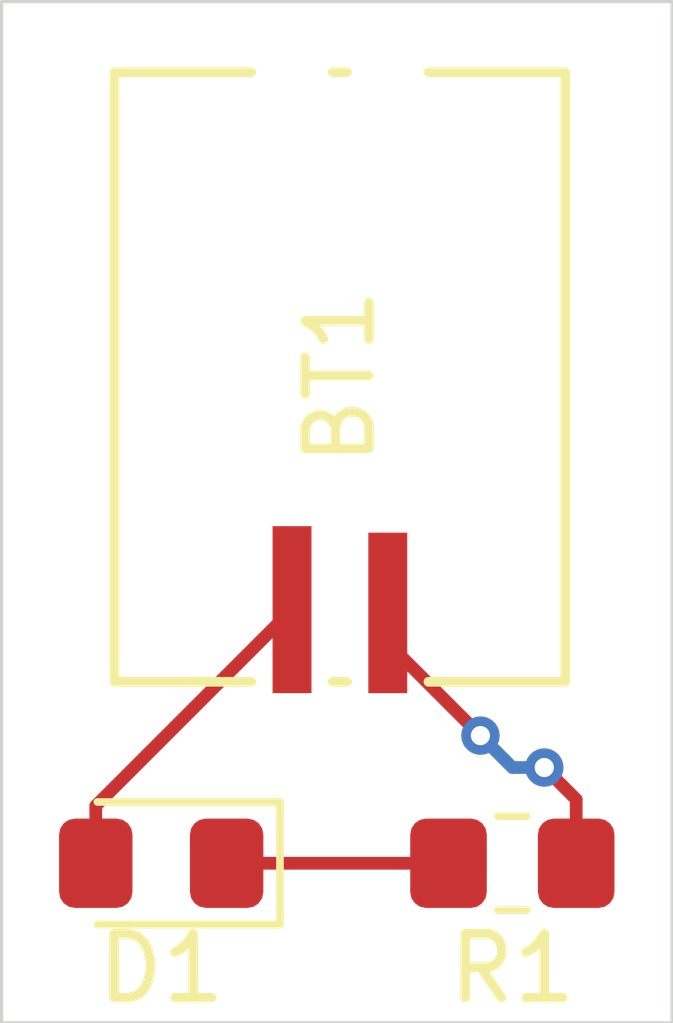
<source format=kicad_pcb>
(kicad_pcb (version 20240108) (generator "pcbnew") (generator_version "8.0")
  (title_block (title "LED DEMO") (date "2024-10-28") (rev "1.0") (company "Formula Slug"))
  (layers (0 "F.Cu" signal) (31 "B.Cu" signal) (34 "B.Paste" user) (35 "F.Paste" user) (36 "B.SilkS" user "B.Silkscreen") (37 "F.SilkS" user "F.Silkscreen") (38 "B.Mask" user) (39 "F.Mask" user) (44 "Edge.Cuts" user))
  (net 0 "")
  (net 1 "Net-(BT1--)")
  (net 2 "Net-(BT1-+)")
  (net 3 "Net-(D1-K)")
  (footprint "LED_SMD:LED_0805_2012Metric_Pad1.15x1.40mm_HandSolder" (layer "F.Cu") (at 131 96.5 180)
    (property "Reference" "D1" (at 0 -1.65 360) (layer "F.SilkS"))
    (property "Value" "LED")
    (fp_line (start 1 -0.96) (end -1.86 -0.96) (stroke (width 0.12)) (layer "F.SilkS"))
    (fp_line (start -1.86 0.96) (end 1 0.96) (stroke (width 0.12)) (layer "F.SilkS"))
    (fp_line (start -1.86 -0.96) (end -1.86 0.96) (stroke (width 0.12)) (layer "F.SilkS"))
    (pad "1" smd roundrect (at -1.025 0 180) (size 1.15 1.4) (layers "F.Cu" "F.Paste" "F.Mask") (roundrect_rratio 0.217391) (net 3 "Net-(D1-K)"))
    (pad "2" smd roundrect (at 1.025 0 180) (size 1.15 1.4) (layers "F.Cu" "F.Paste" "F.Mask") (roundrect_rratio 0.217391) (net 2 "Net-(BT1-+)"))
  )
  (footprint "FS_3_Global_Footprint_Library:MS621FE-FL11E_SEC" (layer "F.Cu") (at 133.7988 88.8818 90)
    (property "Reference" "BT1" (at 0 0 90) (layer "F.SilkS"))
    (property "Value" "Battery_Cell")
    (fp_line (start 4.7752 -3.5306) (end -4.7752 -3.5306) (stroke (width 0.1524)) (layer "F.SilkS"))
    (fp_line (start -4.7752 -3.5306) (end -4.7752 -1.387541) (stroke (width 0.1524)) (layer "F.SilkS"))
    (fp_line (start 4.7752 -1.387541) (end 4.7752 -3.5306) (stroke (width 0.1524)) (layer "F.SilkS"))
    (fp_line (start -4.7752 -0.112461) (end -4.7752 0.112461) (stroke (width 0.1524)) (layer "F.SilkS"))
    (fp_line (start 4.7752 0.112461) (end 4.7752 -0.112461) (stroke (width 0.1524)) (layer "F.SilkS"))
    (fp_line (start -4.7752 1.387541) (end -4.7752 3.5306) (stroke (width 0.1524)) (layer "F.SilkS"))
    (fp_line (start 4.7752 3.5306) (end 4.7752 1.387541) (stroke (width 0.1524)) (layer "F.SilkS"))
    (fp_line (start -4.7752 3.5306) (end 4.7752 3.5306) (stroke (width 0.1524)) (layer "F.SilkS"))
    (pad "1" smd rect (at -3.6449 -0.750001 90) (size 2.6162 0.6096) (layers "F.Cu" "F.Paste" "F.Mask") (net 2 "Net-(BT1-+)"))
    (pad "2" smd rect (at -3.6957 0.750001 90) (size 2.5146 0.6096) (layers "F.Cu" "F.Paste" "F.Mask") (net 1 "Net-(BT1--)"))
  )
  (footprint "Resistor_SMD:R_0805_2012Metric_Pad1.20x1.40mm_HandSolder" (layer "F.Cu") (at 136.5 96.5 180)
    (property "Reference" "R1" (at 0 -1.65 360) (layer "F.SilkS"))
    (property "Value" "R")
    (fp_line (start -0.227064 0.735) (end 0.227064 0.735) (stroke (width 0.12)) (layer "F.SilkS"))
    (fp_line (start -0.227064 -0.735) (end 0.227064 -0.735) (stroke (width 0.12)) (layer "F.SilkS"))
    (pad "1" smd roundrect (at -1 0 180) (size 1.2 1.4) (layers "F.Cu" "F.Paste" "F.Mask") (roundrect_rratio 0.208333) (net 3 "Net-(D1-K)"))
    (pad "2" smd roundrect (at 1 0 180) (size 1.2 1.4) (layers "F.Cu" "F.Paste" "F.Mask") (roundrect_rratio 0.208333) (net 1 "Net-(BT1--)"))
  )
  (gr_rect (start 128.5 83) (end 139 99) (stroke (width 0.05)) (fill none) (layer "Edge.Cuts"))
  (segment (start 137.5 96.5) (end 137.5 95.5) (width 0.2) (layer "F.Cu") (net 1))
  (segment (start 134.548801 93.048801) (end 134.548801 92.5775) (width 0.2) (layer "F.Cu") (net 1))
  (segment (start 137.5 95.5) (end 137 95) (width 0.2) (layer "F.Cu") (net 1))
  (segment (start 136 94.5) (end 134.548801 93.048801) (width 0.2) (layer "F.Cu") (net 1))
  (via (at 136 94.5) (size 0.6) (drill 0.3) (layers "F.Cu" "B.Cu") (net 1))
  (via (at 137 95) (size 0.6) (drill 0.3) (layers "F.Cu" "B.Cu") (net 1))
  (segment (start 136.5 95) (end 136 94.5) (width 0.2) (layer "B.Cu") (net 1))
  (segment (start 137 95) (end 136.5 95) (width 0.2) (layer "B.Cu") (net 1))
  (segment (start 129.975 95.600499) (end 133.048799 92.5267) (width 0.2) (layer "F.Cu") (net 2))
  (segment (start 129.975 96.5) (end 129.975 95.600499) (width 0.2) (layer "F.Cu") (net 2))
  (segment (start 135.5 96.5) (end 132.025 96.5) (width 0.2) (layer "F.Cu") (net 3))
)
</source>
